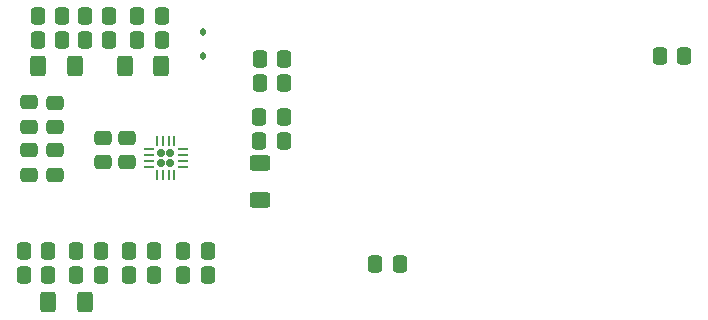
<source format=gbp>
%TF.GenerationSoftware,KiCad,Pcbnew,8.0.1*%
%TF.CreationDate,2024-04-15T20:37:31+02:00*%
%TF.ProjectId,standalonepanel,7374616e-6461-46c6-9f6e-6570616e656c,rev?*%
%TF.SameCoordinates,Original*%
%TF.FileFunction,Paste,Bot*%
%TF.FilePolarity,Positive*%
%FSLAX46Y46*%
G04 Gerber Fmt 4.6, Leading zero omitted, Abs format (unit mm)*
G04 Created by KiCad (PCBNEW 8.0.1) date 2024-04-15 20:37:31*
%MOMM*%
%LPD*%
G01*
G04 APERTURE LIST*
G04 Aperture macros list*
%AMRoundRect*
0 Rectangle with rounded corners*
0 $1 Rounding radius*
0 $2 $3 $4 $5 $6 $7 $8 $9 X,Y pos of 4 corners*
0 Add a 4 corners polygon primitive as box body*
4,1,4,$2,$3,$4,$5,$6,$7,$8,$9,$2,$3,0*
0 Add four circle primitives for the rounded corners*
1,1,$1+$1,$2,$3*
1,1,$1+$1,$4,$5*
1,1,$1+$1,$6,$7*
1,1,$1+$1,$8,$9*
0 Add four rect primitives between the rounded corners*
20,1,$1+$1,$2,$3,$4,$5,0*
20,1,$1+$1,$4,$5,$6,$7,0*
20,1,$1+$1,$6,$7,$8,$9,0*
20,1,$1+$1,$8,$9,$2,$3,0*%
G04 Aperture macros list end*
%ADD10RoundRect,0.250000X-0.400000X-0.625000X0.400000X-0.625000X0.400000X0.625000X-0.400000X0.625000X0*%
%ADD11RoundRect,0.250000X0.337500X0.475000X-0.337500X0.475000X-0.337500X-0.475000X0.337500X-0.475000X0*%
%ADD12RoundRect,0.250000X0.475000X-0.337500X0.475000X0.337500X-0.475000X0.337500X-0.475000X-0.337500X0*%
%ADD13RoundRect,0.250000X-0.337500X-0.475000X0.337500X-0.475000X0.337500X0.475000X-0.337500X0.475000X0*%
%ADD14RoundRect,0.250000X0.625000X-0.400000X0.625000X0.400000X-0.625000X0.400000X-0.625000X-0.400000X0*%
%ADD15RoundRect,0.160000X0.160000X-0.160000X0.160000X0.160000X-0.160000X0.160000X-0.160000X-0.160000X0*%
%ADD16RoundRect,0.062500X0.062500X-0.375000X0.062500X0.375000X-0.062500X0.375000X-0.062500X-0.375000X0*%
%ADD17RoundRect,0.062500X0.375000X-0.062500X0.375000X0.062500X-0.375000X0.062500X-0.375000X-0.062500X0*%
%ADD18RoundRect,0.250000X-0.475000X0.337500X-0.475000X-0.337500X0.475000X-0.337500X0.475000X0.337500X0*%
%ADD19RoundRect,0.250000X0.400000X0.625000X-0.400000X0.625000X-0.400000X-0.625000X0.400000X-0.625000X0*%
%ADD20RoundRect,0.112500X-0.112500X0.187500X-0.112500X-0.187500X0.112500X-0.187500X0.112500X0.187500X0*%
G04 APERTURE END LIST*
D10*
%TO.C,R7*%
X97891000Y-118364000D03*
X100991000Y-118364000D03*
%TD*%
D11*
%TO.C,C28*%
X98748436Y-136078117D03*
X96673436Y-136078117D03*
%TD*%
D12*
%TO.C,C25*%
X99284436Y-127590615D03*
X99284436Y-125515615D03*
%TD*%
D11*
%TO.C,C34*%
X103173443Y-136078115D03*
X101098443Y-136078115D03*
%TD*%
D13*
%TO.C,C7*%
X106273935Y-116186613D03*
X108348935Y-116186613D03*
%TD*%
%TO.C,C30*%
X110184931Y-134052606D03*
X112259931Y-134052606D03*
%TD*%
D11*
%TO.C,C29*%
X98748437Y-134078113D03*
X96673437Y-134078113D03*
%TD*%
D13*
%TO.C,C31*%
X110184937Y-136052607D03*
X112259937Y-136052607D03*
%TD*%
D12*
%TO.C,C22*%
X99284436Y-123569615D03*
X99284436Y-121494615D03*
%TD*%
%TO.C,C21*%
X97125437Y-123548115D03*
X97125437Y-121473115D03*
%TD*%
D14*
%TO.C,R9*%
X116700000Y-129700000D03*
X116700000Y-126599998D03*
%TD*%
D11*
%TO.C,C33*%
X107666437Y-136078115D03*
X105591437Y-136078115D03*
%TD*%
D13*
%TO.C,C2*%
X101848933Y-116186613D03*
X103923933Y-116186613D03*
%TD*%
%TO.C,C1*%
X101848935Y-114186616D03*
X103923935Y-114186616D03*
%TD*%
D15*
%TO.C,U9*%
X108282437Y-126572115D03*
X109082437Y-126572115D03*
X108282437Y-125772115D03*
X109082437Y-125772115D03*
D16*
X109432437Y-127609615D03*
X108932437Y-127609615D03*
X108432437Y-127609615D03*
X107932437Y-127609615D03*
D17*
X107244937Y-126922115D03*
X107244937Y-126422115D03*
X107244937Y-125922115D03*
X107244937Y-125422115D03*
D16*
X107932437Y-124734615D03*
X108432437Y-124734615D03*
X108932437Y-124734615D03*
X109432437Y-124734615D03*
D17*
X110119937Y-125422115D03*
X110119937Y-125922115D03*
X110119937Y-126422115D03*
X110119937Y-126922115D03*
%TD*%
D18*
%TO.C,C24*%
X105380437Y-124478115D03*
X105380437Y-126553115D03*
%TD*%
D13*
%TO.C,C19*%
X116607869Y-122695109D03*
X118682869Y-122695109D03*
%TD*%
D18*
%TO.C,C23*%
X103380436Y-124478115D03*
X103380436Y-126553115D03*
%TD*%
D13*
%TO.C,C8*%
X97848931Y-114186613D03*
X99923931Y-114186613D03*
%TD*%
%TO.C,C16*%
X116630433Y-117800118D03*
X118705433Y-117800118D03*
%TD*%
D11*
%TO.C,C32*%
X107666435Y-134078115D03*
X105591435Y-134078115D03*
%TD*%
D13*
%TO.C,C15*%
X116630434Y-119800121D03*
X118705434Y-119800121D03*
%TD*%
D10*
%TO.C,R4*%
X105227437Y-118425115D03*
X108327437Y-118425115D03*
%TD*%
D13*
%TO.C,C9*%
X97848933Y-116186613D03*
X99923933Y-116186613D03*
%TD*%
%TO.C,C14*%
X150500000Y-117500000D03*
X152575000Y-117500000D03*
%TD*%
%TO.C,C20*%
X126440937Y-135189115D03*
X128515937Y-135189115D03*
%TD*%
%TO.C,C18*%
X116607870Y-124695106D03*
X118682870Y-124695106D03*
%TD*%
D11*
%TO.C,C35*%
X103173441Y-134078115D03*
X101098441Y-134078115D03*
%TD*%
D19*
%TO.C,R17*%
X101828937Y-138370612D03*
X98728937Y-138370612D03*
%TD*%
D12*
%TO.C,C26*%
X97125437Y-127590615D03*
X97125437Y-125515615D03*
%TD*%
D13*
%TO.C,C10*%
X106273933Y-114186616D03*
X108348933Y-114186616D03*
%TD*%
D20*
%TO.C,D2*%
X111857437Y-115470115D03*
X111857437Y-117570115D03*
%TD*%
M02*

</source>
